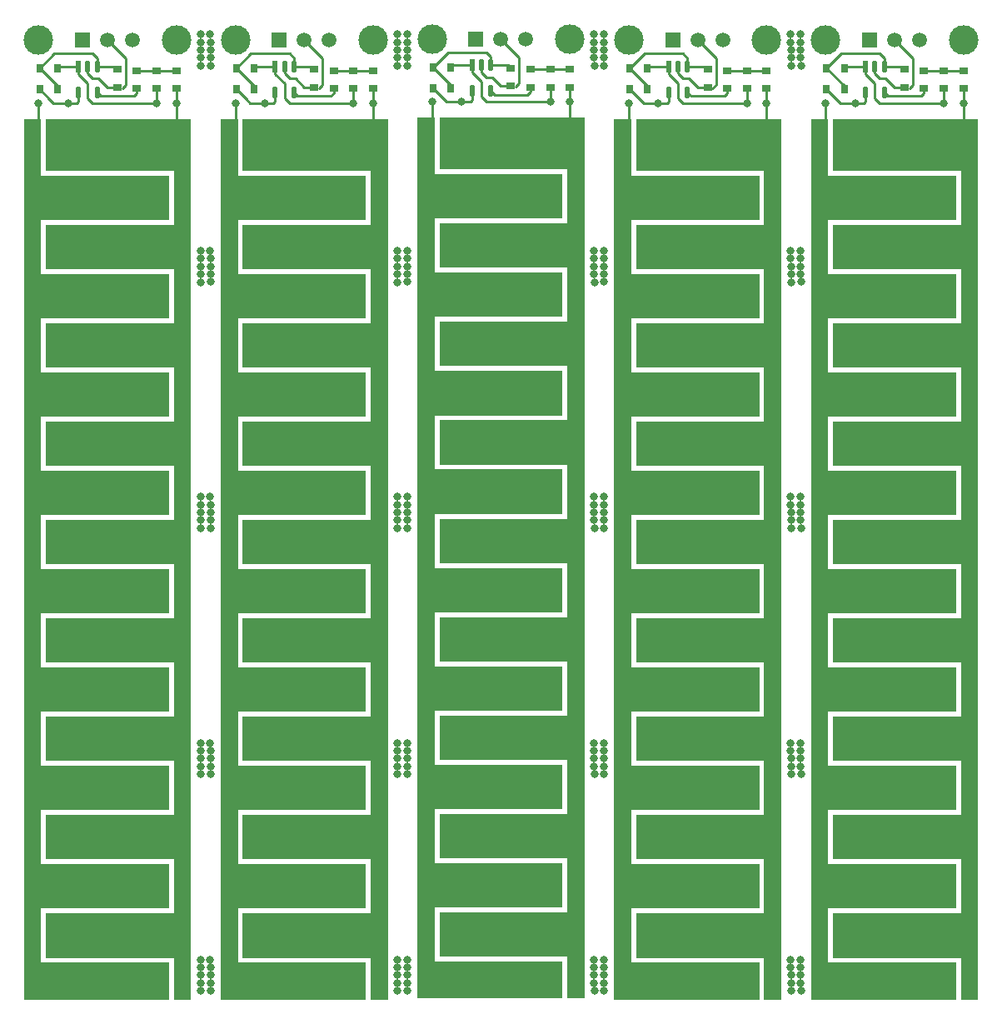
<source format=gbl>
%FSTAX24Y24*%
%MOIN*%
G70*
G01*
G75*
G04 Layer_Physical_Order=2*
G04 Layer_Color=16711680*
%ADD10R,0.0374X0.0315*%
%ADD11R,0.0217X0.0472*%
%ADD12R,0.0256X0.0472*%
%ADD13C,0.0100*%
%ADD14C,0.0039*%
%ADD15C,0.0591*%
%ADD16R,0.0591X0.0591*%
%ADD17C,0.1181*%
%ADD18C,0.0320*%
%ADD19O,0.0217X0.0472*%
%ADD20R,0.0315X0.0374*%
G36*
X089567Y050347D02*
X088878D01*
Y05202D01*
X08376D01*
Y053792D01*
X088878D01*
Y055957D01*
X08376D01*
Y057729D01*
X088878D01*
Y059894D01*
X08376D01*
Y061666D01*
X088878D01*
Y063831D01*
X08376D01*
Y065603D01*
X088878D01*
Y067768D01*
X08376D01*
Y06954D01*
X088878D01*
Y071705D01*
X08376D01*
Y073477D01*
X088878D01*
Y075642D01*
X08376D01*
Y077414D01*
X088878D01*
Y079579D01*
X08376D01*
Y081351D01*
X088878D01*
Y083516D01*
X08376D01*
Y085583D01*
X089567D01*
Y050347D01*
D02*
G37*
G36*
X099311Y083319D02*
X104429D01*
Y081548D01*
X099311D01*
Y079382D01*
X104429D01*
Y077611D01*
X099311D01*
Y075445D01*
X104429D01*
Y073674D01*
X099311D01*
Y071508D01*
X104429D01*
Y069737D01*
X099311D01*
Y067571D01*
X104429D01*
Y0658D01*
X099311D01*
Y063634D01*
X104429D01*
Y061863D01*
X099311D01*
Y059697D01*
X104429D01*
Y057926D01*
X099311D01*
Y05576D01*
X104429D01*
Y053989D01*
X099311D01*
Y051823D01*
X104429D01*
Y050347D01*
X098622D01*
Y085583D01*
X099311D01*
Y083319D01*
D02*
G37*
G36*
X083563D02*
X088681D01*
Y081548D01*
X083563D01*
Y079382D01*
X088681D01*
Y077611D01*
X083563D01*
Y075445D01*
X088681D01*
Y073674D01*
X083563D01*
Y071508D01*
X088681D01*
Y069737D01*
X083563D01*
Y067571D01*
X088681D01*
Y0658D01*
X083563D01*
Y063634D01*
X088681D01*
Y061863D01*
X083563D01*
Y059697D01*
X088681D01*
Y057926D01*
X083563D01*
Y05576D01*
X088681D01*
Y053989D01*
X083563D01*
Y051823D01*
X088681D01*
Y050347D01*
X082874D01*
Y085583D01*
X083563D01*
Y083319D01*
D02*
G37*
G36*
X075689D02*
X080807D01*
Y081548D01*
X075689D01*
Y079382D01*
X080807D01*
Y077611D01*
X075689D01*
Y075445D01*
X080807D01*
Y073674D01*
X075689D01*
Y071508D01*
X080807D01*
Y069737D01*
X075689D01*
Y067571D01*
X080807D01*
Y0658D01*
X075689D01*
Y063634D01*
X080807D01*
Y061863D01*
X075689D01*
Y059697D01*
X080807D01*
Y057926D01*
X075689D01*
Y05576D01*
X080807D01*
Y053989D01*
X075689D01*
Y051823D01*
X080807D01*
Y050347D01*
X075D01*
Y085583D01*
X075689D01*
Y083319D01*
D02*
G37*
G36*
X081693Y050347D02*
X081004D01*
Y05202D01*
X075886D01*
Y053792D01*
X081004D01*
Y055957D01*
X075886D01*
Y057729D01*
X081004D01*
Y059894D01*
X075886D01*
Y061666D01*
X081004D01*
Y063831D01*
X075886D01*
Y065603D01*
X081004D01*
Y067768D01*
X075886D01*
Y06954D01*
X081004D01*
Y071705D01*
X075886D01*
Y073477D01*
X081004D01*
Y075642D01*
X075886D01*
Y077414D01*
X081004D01*
Y079579D01*
X075886D01*
Y081351D01*
X081004D01*
Y083516D01*
X075886D01*
Y085583D01*
X081693D01*
Y050347D01*
D02*
G37*
G36*
X091437Y083366D02*
X096555D01*
Y081594D01*
X091437D01*
Y079429D01*
X096555D01*
Y077657D01*
X091437D01*
Y075492D01*
X096555D01*
Y07372D01*
X091437D01*
Y071555D01*
X096555D01*
Y069783D01*
X091437D01*
Y067618D01*
X096555D01*
Y065846D01*
X091437D01*
Y063681D01*
X096555D01*
Y061909D01*
X091437D01*
Y059744D01*
X096555D01*
Y057972D01*
X091437D01*
Y055807D01*
X096555D01*
Y054035D01*
X091437D01*
Y05187D01*
X096555D01*
Y050394D01*
X090748D01*
Y08563D01*
X091437D01*
Y083366D01*
D02*
G37*
G36*
X097441Y050394D02*
X096752D01*
Y052067D01*
X091634D01*
Y053839D01*
X096752D01*
Y056004D01*
X091634D01*
Y057776D01*
X096752D01*
Y059941D01*
X091634D01*
Y061713D01*
X096752D01*
Y063878D01*
X091634D01*
Y06565D01*
X096752D01*
Y067815D01*
X091634D01*
Y069587D01*
X096752D01*
Y071752D01*
X091634D01*
Y073524D01*
X096752D01*
Y075689D01*
X091634D01*
Y077461D01*
X096752D01*
Y079626D01*
X091634D01*
Y081398D01*
X096752D01*
Y083563D01*
X091634D01*
Y08563D01*
X097441D01*
Y050394D01*
D02*
G37*
G36*
X113189Y050347D02*
X1125D01*
Y05202D01*
X107382D01*
Y053792D01*
X1125D01*
Y055957D01*
X107382D01*
Y057729D01*
X1125D01*
Y059894D01*
X107382D01*
Y061666D01*
X1125D01*
Y063831D01*
X107382D01*
Y065603D01*
X1125D01*
Y067768D01*
X107382D01*
Y06954D01*
X1125D01*
Y071705D01*
X107382D01*
Y073477D01*
X1125D01*
Y075642D01*
X107382D01*
Y077414D01*
X1125D01*
Y079579D01*
X107382D01*
Y081351D01*
X1125D01*
Y083516D01*
X107382D01*
Y085583D01*
X113189D01*
Y050347D01*
D02*
G37*
G36*
X105315D02*
X104626D01*
Y05202D01*
X099508D01*
Y053792D01*
X104626D01*
Y055957D01*
X099508D01*
Y057729D01*
X104626D01*
Y059894D01*
X099508D01*
Y061666D01*
X104626D01*
Y063831D01*
X099508D01*
Y065603D01*
X104626D01*
Y067768D01*
X099508D01*
Y06954D01*
X104626D01*
Y071705D01*
X099508D01*
Y073477D01*
X104626D01*
Y075642D01*
X099508D01*
Y077414D01*
X104626D01*
Y079579D01*
X099508D01*
Y081351D01*
X104626D01*
Y083516D01*
X099508D01*
Y085583D01*
X105315D01*
Y050347D01*
D02*
G37*
G36*
X107185Y083319D02*
X112303D01*
Y081548D01*
X107185D01*
Y079382D01*
X112303D01*
Y077611D01*
X107185D01*
Y075445D01*
X112303D01*
Y073674D01*
X107185D01*
Y071508D01*
X112303D01*
Y069737D01*
X107185D01*
Y067571D01*
X112303D01*
Y0658D01*
X107185D01*
Y063634D01*
X112303D01*
Y061863D01*
X107185D01*
Y059697D01*
X112303D01*
Y057926D01*
X107185D01*
Y05576D01*
X112303D01*
Y053989D01*
X107185D01*
Y051823D01*
X112303D01*
Y050347D01*
X106496D01*
Y085583D01*
X107185D01*
Y083319D01*
D02*
G37*
D10*
X112598Y087512D02*
D03*
Y086804D02*
D03*
X110236Y08685D02*
D03*
Y087559D02*
D03*
X111024Y086804D02*
D03*
Y087512D02*
D03*
X111811Y086804D02*
D03*
Y087512D02*
D03*
X104724Y087512D02*
D03*
Y086804D02*
D03*
X102362Y08685D02*
D03*
Y087559D02*
D03*
X10315Y086804D02*
D03*
Y087512D02*
D03*
X103937Y086804D02*
D03*
Y087512D02*
D03*
X09685Y087559D02*
D03*
Y08685D02*
D03*
X094488Y086897D02*
D03*
Y087606D02*
D03*
X095276Y08685D02*
D03*
Y087559D02*
D03*
X096063Y08685D02*
D03*
Y087559D02*
D03*
X088976Y087512D02*
D03*
Y086804D02*
D03*
X086614Y08685D02*
D03*
Y087559D02*
D03*
X087402Y086804D02*
D03*
Y087512D02*
D03*
X088189Y086804D02*
D03*
Y087512D02*
D03*
X080315Y086804D02*
D03*
Y087512D02*
D03*
X079528Y086804D02*
D03*
Y087512D02*
D03*
X07874Y08685D02*
D03*
Y087559D02*
D03*
X081102Y087512D02*
D03*
Y086804D02*
D03*
D11*
X108681Y08768D02*
D03*
X100807D02*
D03*
X092933Y087727D02*
D03*
X085059Y08768D02*
D03*
X077185D02*
D03*
D13*
X109055Y086417D02*
Y087008D01*
X108681Y087382D02*
X109055Y087008D01*
X108681Y087382D02*
Y08768D01*
X109488Y087205D02*
X109843Y08685D01*
X109252Y087205D02*
X109488D01*
X109055Y087402D02*
X109252Y087205D01*
X109252Y08622D02*
X111811D01*
X109055Y086417D02*
X109252Y08622D01*
X108614Y08622D02*
X108681Y086287D01*
X109843Y08685D02*
X110236D01*
X110573Y086951D02*
Y088002D01*
X110433Y086811D02*
X110573Y086951D01*
X109843Y088733D02*
X110573Y088002D01*
X110115Y08768D02*
X110236Y087559D01*
X109429Y08768D02*
X110115D01*
X107126Y087598D02*
X107717Y088189D01*
X109252D01*
X109429Y088012D01*
Y08768D02*
Y088012D01*
X109055Y087402D02*
Y08768D01*
X108661Y087661D02*
X108681Y08768D01*
X107835Y086764D02*
Y08689D01*
X107126Y087598D02*
X107835Y08689D01*
Y087598D02*
X107917Y08768D01*
X108681D01*
X111024Y086614D02*
Y086804D01*
X109579Y086496D02*
X110906D01*
X111024Y086614D01*
X109429Y086646D02*
X109579Y086496D01*
X111024Y087512D02*
X111811D01*
X107087Y086764D02*
X107126D01*
X10752Y08637D01*
X112598Y087512D02*
X112598Y087512D01*
X111811Y087512D02*
X112598D01*
X111811Y08622D02*
Y086804D01*
X112598Y08622D02*
Y086804D01*
X107087Y085485D02*
Y08622D01*
Y085485D02*
X107087Y085485D01*
X112598Y085288D02*
Y08622D01*
Y085288D02*
X112598Y085288D01*
X108681Y086287D02*
Y086646D01*
X10752Y08637D02*
X10767Y08622D01*
X107669Y08622D02*
X10767Y08622D01*
X107669Y08622D02*
X108614D01*
X101181Y086417D02*
Y087008D01*
X100807Y087382D02*
X101181Y087008D01*
X100807Y087382D02*
Y08768D01*
X101614Y087205D02*
X101968Y08685D01*
X101378Y087205D02*
X101614D01*
X101181Y087402D02*
X101378Y087205D01*
X101378Y08622D02*
X103937D01*
X101181Y086417D02*
X101378Y08622D01*
X10074Y08622D02*
X100807Y086287D01*
X101968Y08685D02*
X102362D01*
X102699Y086951D02*
Y088002D01*
X102559Y086811D02*
X102699Y086951D01*
X101968Y088733D02*
X102699Y088002D01*
X102241Y08768D02*
X102362Y087559D01*
X101555Y08768D02*
X102241D01*
X099252Y087598D02*
X099843Y088189D01*
X101378D01*
X101555Y088012D01*
Y08768D02*
Y088012D01*
X101181Y087402D02*
Y08768D01*
X100787Y087661D02*
X100807Y08768D01*
X099961Y086764D02*
Y08689D01*
X099252Y087598D02*
X099961Y08689D01*
Y087598D02*
X100043Y08768D01*
X100807D01*
X10315Y086614D02*
Y086804D01*
X101705Y086496D02*
X103031D01*
X10315Y086614D01*
X101555Y086646D02*
X101705Y086496D01*
X10315Y087512D02*
X103937D01*
X099213Y086764D02*
X099252D01*
X099646Y08637D01*
X104724Y087512D02*
X104724Y087512D01*
X103937Y087512D02*
X104724D01*
X103937Y08622D02*
Y086804D01*
X104724Y08622D02*
Y086804D01*
X099213Y085485D02*
Y08622D01*
Y085485D02*
X099213Y085485D01*
X104724Y085288D02*
Y08622D01*
Y085288D02*
X104724Y085288D01*
X100807Y086287D02*
Y086646D01*
X099646Y08637D02*
X099796Y08622D01*
X099795Y08622D02*
X099796Y08622D01*
X099795Y08622D02*
X10074D01*
X093307Y086464D02*
Y087055D01*
X092933Y087429D02*
X093307Y087055D01*
X092933Y087429D02*
Y087727D01*
X09374Y087252D02*
X094094Y086897D01*
X093504Y087252D02*
X09374D01*
X093307Y087448D02*
X093504Y087252D01*
X093504Y086267D02*
X096063D01*
X093307Y086464D02*
X093504Y086267D01*
X092866Y086267D02*
X092933Y086334D01*
X094094Y086897D02*
X094488D01*
X094825Y086998D02*
Y088049D01*
X094685Y086858D02*
X094825Y086998D01*
X094094Y08878D02*
X094825Y088049D01*
X094367Y087727D02*
X094488Y087606D01*
X093681Y087727D02*
X094367D01*
X091378Y087645D02*
X091968Y088236D01*
X093504D01*
X093681Y088059D01*
Y087727D02*
Y088059D01*
X093307Y087448D02*
Y087727D01*
X092913Y087707D02*
X092933Y087727D01*
X092087Y086811D02*
Y086937D01*
X091378Y087645D02*
X092087Y086937D01*
Y087645D02*
X092169Y087727D01*
X092933D01*
X095276Y086661D02*
Y08685D01*
X093831Y086543D02*
X095157D01*
X095276Y086661D01*
X093681Y086693D02*
X093831Y086543D01*
X095276Y087559D02*
X096063D01*
X091339Y086811D02*
X091378D01*
X091772Y086417D01*
X09685Y087559D02*
X09685Y087559D01*
X096063Y087559D02*
X09685D01*
X096063Y086267D02*
Y08685D01*
X09685Y086267D02*
Y08685D01*
X091339Y085532D02*
Y086267D01*
Y085532D02*
X091339Y085532D01*
X09685Y085335D02*
Y086267D01*
Y085335D02*
X09685Y085335D01*
X092933Y086334D02*
Y086693D01*
X091772Y086417D02*
X091922Y086267D01*
X091921Y086267D02*
X091922Y086267D01*
X091921Y086267D02*
X092866D01*
X085433Y086417D02*
Y087008D01*
X085059Y087382D02*
X085433Y087008D01*
X085059Y087382D02*
Y08768D01*
X085866Y087205D02*
X08622Y08685D01*
X08563Y087205D02*
X085866D01*
X085433Y087402D02*
X08563Y087205D01*
X08563Y08622D02*
X088189D01*
X085433Y086417D02*
X08563Y08622D01*
X084992Y08622D02*
X085059Y086287D01*
X08622Y08685D02*
X086614D01*
X086951Y086951D02*
Y088002D01*
X086811Y086811D02*
X086951Y086951D01*
X08622Y088733D02*
X086951Y088002D01*
X086493Y08768D02*
X086614Y087559D01*
X085807Y08768D02*
X086493D01*
X083504Y087598D02*
X084094Y088189D01*
X08563D01*
X085807Y088012D01*
Y08768D02*
Y088012D01*
X085433Y087402D02*
Y08768D01*
X085039Y087661D02*
X085059Y08768D01*
X084213Y086764D02*
Y08689D01*
X083504Y087598D02*
X084213Y08689D01*
Y087598D02*
X084294Y08768D01*
X085059D01*
X087402Y086614D02*
Y086804D01*
X085957Y086496D02*
X087283D01*
X087402Y086614D01*
X085807Y086646D02*
X085957Y086496D01*
X087402Y087512D02*
X088189D01*
X083465Y086764D02*
X083504D01*
X083898Y08637D01*
X088976Y087512D02*
X088976Y087512D01*
X088189Y087512D02*
X088976D01*
X088189Y08622D02*
Y086804D01*
X088976Y08622D02*
Y086804D01*
X083465Y085485D02*
Y08622D01*
Y085485D02*
X083465Y085485D01*
X088976Y085288D02*
Y08622D01*
Y085288D02*
X088976Y085288D01*
X085059Y086287D02*
Y086646D01*
X083898Y08637D02*
X084048Y08622D01*
X084047Y08622D02*
X084048Y08622D01*
X084047Y08622D02*
X084992D01*
X076173D02*
X077118D01*
X076173D02*
X076174Y08622D01*
X076024Y08637D02*
X076174Y08622D01*
X077185Y086287D02*
Y086646D01*
X081102Y085288D02*
X081102Y085288D01*
X081102Y085288D02*
Y08622D01*
X075591Y085485D02*
X075591Y085485D01*
X075591Y085485D02*
Y08622D01*
X081102D02*
Y086804D01*
X080315Y08622D02*
Y086804D01*
Y087512D02*
X081102D01*
X081102Y087512D01*
X07563Y086764D02*
X076024Y08637D01*
X075591Y086764D02*
X07563D01*
X079528Y087512D02*
X080315D01*
X077933Y086646D02*
X078083Y086496D01*
X079409D02*
X079528Y086614D01*
X078083Y086496D02*
X079409D01*
X079528Y086614D02*
Y086804D01*
X07642Y08768D02*
X077185D01*
X076339Y087598D02*
X07642Y08768D01*
X07563Y087598D02*
X076339Y08689D01*
Y086764D02*
Y08689D01*
X077165Y087661D02*
X077185Y08768D01*
X077559Y087402D02*
Y08768D01*
X077933D02*
Y088012D01*
X077756Y088189D02*
X077933Y088012D01*
X07622Y088189D02*
X077756D01*
X07563Y087598D02*
X07622Y088189D01*
X077933Y08768D02*
X078619D01*
X07874Y087559D01*
X078346Y088733D02*
X079077Y088002D01*
X078937Y086811D02*
X079077Y086951D01*
Y088002D01*
X078346Y08685D02*
X07874D01*
X077118Y08622D02*
X077185Y086287D01*
X077559Y086417D02*
X077756Y08622D01*
X080315D01*
X077559Y087402D02*
X077756Y087205D01*
X077992D01*
X078346Y08685D01*
X077185Y087382D02*
Y08768D01*
Y087382D02*
X077559Y087008D01*
Y086417D02*
Y087008D01*
D15*
X110843Y088733D02*
D03*
X109843D02*
D03*
X102969D02*
D03*
X101968D02*
D03*
X095094Y08878D02*
D03*
X094094D02*
D03*
X08722Y088733D02*
D03*
X08622D02*
D03*
X079346D02*
D03*
X078346D02*
D03*
D16*
X108843D02*
D03*
X100969D02*
D03*
X093094Y08878D02*
D03*
X08522Y088733D02*
D03*
X077346D02*
D03*
D17*
X107087D02*
D03*
X112598D02*
D03*
X099213D02*
D03*
X104724D02*
D03*
X091339Y08878D02*
D03*
X09685D02*
D03*
X083465Y088733D02*
D03*
X088976D02*
D03*
X081102D02*
D03*
X075591D02*
D03*
D18*
X108268Y08622D02*
D03*
X111811D02*
D03*
X107087D02*
D03*
X112598D02*
D03*
X100394D02*
D03*
X103937D02*
D03*
X099213D02*
D03*
X104724D02*
D03*
X09252Y086267D02*
D03*
X096063D02*
D03*
X091339D02*
D03*
X09685D02*
D03*
X084646Y08622D02*
D03*
X088189D02*
D03*
X083465D02*
D03*
X088976D02*
D03*
X081102D02*
D03*
X075591D02*
D03*
X080315D02*
D03*
X082087Y0692D02*
D03*
X082071Y070145D02*
D03*
X082075Y069835D02*
D03*
X082079Y069525D02*
D03*
X082464Y070145D02*
D03*
X082468Y069835D02*
D03*
X082472Y069525D02*
D03*
X082476Y069215D02*
D03*
X082067Y070455D02*
D03*
X08246D02*
D03*
X089961Y0692D02*
D03*
X089945Y070145D02*
D03*
X089949Y069835D02*
D03*
X089953Y069525D02*
D03*
X090338Y070145D02*
D03*
X090342Y069835D02*
D03*
X090346Y069525D02*
D03*
X09035Y069215D02*
D03*
X089941Y070455D02*
D03*
X090334D02*
D03*
X097835Y0692D02*
D03*
X097819Y070145D02*
D03*
X097823Y069835D02*
D03*
X097827Y069525D02*
D03*
X098212Y070145D02*
D03*
X098216Y069835D02*
D03*
X09822Y069525D02*
D03*
X098224Y069215D02*
D03*
X097815Y070455D02*
D03*
X098208D02*
D03*
X105709Y0692D02*
D03*
X105693Y070145D02*
D03*
X105697Y069835D02*
D03*
X105701Y069525D02*
D03*
X106086Y070145D02*
D03*
X10609Y069835D02*
D03*
X106094Y069525D02*
D03*
X106098Y069215D02*
D03*
X105689Y070455D02*
D03*
X106082D02*
D03*
X082087Y050696D02*
D03*
X082071Y051641D02*
D03*
X082075Y051331D02*
D03*
X082079Y051021D02*
D03*
X082464Y051641D02*
D03*
X082468Y051331D02*
D03*
X082472Y051021D02*
D03*
X082476Y050711D02*
D03*
X082067Y051951D02*
D03*
X08246D02*
D03*
X097835Y050696D02*
D03*
X097819Y051641D02*
D03*
X097823Y051331D02*
D03*
X097827Y051021D02*
D03*
X098212Y051641D02*
D03*
X098216Y051331D02*
D03*
X09822Y051021D02*
D03*
X098224Y050711D02*
D03*
X097815Y051951D02*
D03*
X098208D02*
D03*
X105709Y050696D02*
D03*
X105693Y051641D02*
D03*
X105697Y051331D02*
D03*
X105701Y051021D02*
D03*
X106086Y051641D02*
D03*
X10609Y051331D02*
D03*
X106094Y051021D02*
D03*
X106098Y050711D02*
D03*
X105689Y051951D02*
D03*
X106082D02*
D03*
X089961Y050696D02*
D03*
X089945Y051641D02*
D03*
X089949Y051331D02*
D03*
X089953Y051021D02*
D03*
X090338Y051641D02*
D03*
X090342Y051331D02*
D03*
X090346Y051021D02*
D03*
X09035Y050711D02*
D03*
X089941Y051951D02*
D03*
X090334D02*
D03*
X082087Y087704D02*
D03*
X082071Y088649D02*
D03*
X082075Y088339D02*
D03*
X082079Y088029D02*
D03*
X082464Y088649D02*
D03*
X082468Y088339D02*
D03*
X082472Y088029D02*
D03*
X082476Y087719D02*
D03*
X082067Y088959D02*
D03*
X08246D02*
D03*
X089961Y087704D02*
D03*
X089945Y088649D02*
D03*
X089949Y088339D02*
D03*
X089953Y088029D02*
D03*
X090338Y088649D02*
D03*
X090342Y088339D02*
D03*
X090346Y088029D02*
D03*
X09035Y087719D02*
D03*
X089941Y088959D02*
D03*
X090334D02*
D03*
X097835Y087704D02*
D03*
X097819Y088649D02*
D03*
X097823Y088339D02*
D03*
X097827Y088029D02*
D03*
X098212Y088649D02*
D03*
X098216Y088339D02*
D03*
X09822Y088029D02*
D03*
X098224Y087719D02*
D03*
X097815Y088959D02*
D03*
X098208D02*
D03*
X105709Y087704D02*
D03*
X105693Y088649D02*
D03*
X105697Y088339D02*
D03*
X105701Y088029D02*
D03*
X106086Y088649D02*
D03*
X10609Y088339D02*
D03*
X106094Y088029D02*
D03*
X106098Y087719D02*
D03*
X105689Y088959D02*
D03*
X106082D02*
D03*
X08246Y080298D02*
D03*
X082067D02*
D03*
X082476Y079058D02*
D03*
X082472Y079368D02*
D03*
X082468Y079678D02*
D03*
X082464Y079988D02*
D03*
X082079Y079368D02*
D03*
X082075Y079678D02*
D03*
X082071Y079988D02*
D03*
X082087Y079043D02*
D03*
X090334Y080298D02*
D03*
X089941D02*
D03*
X09035Y079058D02*
D03*
X090346Y079368D02*
D03*
X090342Y079678D02*
D03*
X090338Y079988D02*
D03*
X089953Y079368D02*
D03*
X089949Y079678D02*
D03*
X089945Y079988D02*
D03*
X089961Y079043D02*
D03*
X098208Y080298D02*
D03*
X097815D02*
D03*
X098224Y079058D02*
D03*
X09822Y079368D02*
D03*
X098216Y079678D02*
D03*
X098212Y079988D02*
D03*
X097827Y079368D02*
D03*
X097823Y079678D02*
D03*
X097819Y079988D02*
D03*
X097835Y079043D02*
D03*
X106082Y080298D02*
D03*
X105689D02*
D03*
X106098Y079058D02*
D03*
X106094Y079368D02*
D03*
X10609Y079678D02*
D03*
X106086Y079988D02*
D03*
X105701Y079368D02*
D03*
X105697Y079678D02*
D03*
X105693Y079988D02*
D03*
X105709Y079043D02*
D03*
X08246Y051951D02*
D03*
X082067D02*
D03*
X082476Y050711D02*
D03*
X082472Y051021D02*
D03*
X082468Y051331D02*
D03*
X082464Y051641D02*
D03*
X082079Y051021D02*
D03*
X082075Y051331D02*
D03*
X082071Y051641D02*
D03*
X082087Y050696D02*
D03*
X090334Y051951D02*
D03*
X089941D02*
D03*
X09035Y050711D02*
D03*
X090346Y051021D02*
D03*
X090342Y051331D02*
D03*
X090338Y051641D02*
D03*
X089953Y051021D02*
D03*
X089949Y051331D02*
D03*
X089945Y051641D02*
D03*
X089961Y050696D02*
D03*
X082087Y059358D02*
D03*
X082071Y060303D02*
D03*
X082075Y059993D02*
D03*
X082079Y059683D02*
D03*
X082464Y060303D02*
D03*
X082468Y059993D02*
D03*
X082472Y059683D02*
D03*
X082476Y059373D02*
D03*
X082067Y060613D02*
D03*
X08246D02*
D03*
X089961Y059358D02*
D03*
X089945Y060303D02*
D03*
X089949Y059993D02*
D03*
X089953Y059683D02*
D03*
X090338Y060303D02*
D03*
X090342Y059993D02*
D03*
X090346Y059683D02*
D03*
X09035Y059373D02*
D03*
X089941Y060613D02*
D03*
X090334D02*
D03*
X097835Y059358D02*
D03*
X097819Y060303D02*
D03*
X097823Y059993D02*
D03*
X097827Y059683D02*
D03*
X098212Y060303D02*
D03*
X098216Y059993D02*
D03*
X09822Y059683D02*
D03*
X098224Y059373D02*
D03*
X097815Y060613D02*
D03*
X098208D02*
D03*
X105709Y059358D02*
D03*
X105693Y060303D02*
D03*
X105697Y059993D02*
D03*
X105701Y059683D02*
D03*
X106086Y060303D02*
D03*
X10609Y059993D02*
D03*
X106094Y059683D02*
D03*
X106098Y059373D02*
D03*
X105689Y060613D02*
D03*
X106082D02*
D03*
X076772Y08622D02*
D03*
D19*
X108681Y086646D02*
D03*
X109429D02*
D03*
X109055Y08768D02*
D03*
X109429D02*
D03*
X100807Y086646D02*
D03*
X101555D02*
D03*
X101181Y08768D02*
D03*
X101555D02*
D03*
X092933Y086693D02*
D03*
X093681D02*
D03*
X093307Y087727D02*
D03*
X093681D02*
D03*
X085059Y086646D02*
D03*
X085807D02*
D03*
X085433Y08768D02*
D03*
X085807D02*
D03*
X077185Y086646D02*
D03*
X077933D02*
D03*
X077559Y08768D02*
D03*
X077933D02*
D03*
D20*
X107835Y086764D02*
D03*
X107126D02*
D03*
X107835Y087598D02*
D03*
X107126D02*
D03*
X099961Y086764D02*
D03*
X099252D02*
D03*
X099961Y087598D02*
D03*
X099252D02*
D03*
X092087Y086811D02*
D03*
X091378D02*
D03*
X092087Y087645D02*
D03*
X091378D02*
D03*
X084213Y086764D02*
D03*
X083504D02*
D03*
X084213Y087598D02*
D03*
X083504D02*
D03*
X076339D02*
D03*
X07563D02*
D03*
X076339Y086764D02*
D03*
X07563D02*
D03*
M02*

</source>
